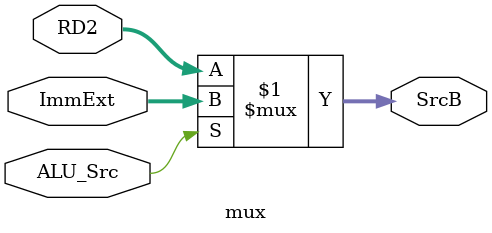
<source format=v>
module mux(input [31:0] RD2, ImmExt, input ALU_Src, output [31:0] SrcB);
     assign SrcB = ALU_Src ?  ImmExt:RD2;
endmodule
</source>
